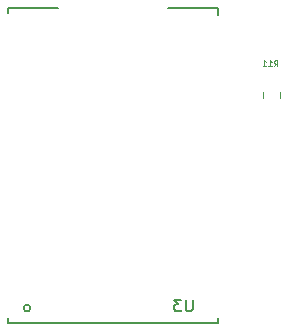
<source format=gbo>
G04 #@! TF.GenerationSoftware,KiCad,Pcbnew,(5.1.5)-3*
G04 #@! TF.CreationDate,2020-02-12T15:38:08+01:00*
G04 #@! TF.ProjectId,MotherBoard,4d6f7468-6572-4426-9f61-72642e6b6963,rev?*
G04 #@! TF.SameCoordinates,Original*
G04 #@! TF.FileFunction,Legend,Bot*
G04 #@! TF.FilePolarity,Positive*
%FSLAX46Y46*%
G04 Gerber Fmt 4.6, Leading zero omitted, Abs format (unit mm)*
G04 Created by KiCad (PCBNEW (5.1.5)-3) date 2020-02-12 15:38:08*
%MOMM*%
%LPD*%
G04 APERTURE LIST*
%ADD10C,0.150000*%
%ADD11C,0.120000*%
%ADD12C,0.125000*%
G04 APERTURE END LIST*
D10*
X150245581Y-108966000D02*
G75*
G03X150245581Y-108966000I-283981J0D01*
G01*
X166116000Y-110236000D02*
X166116000Y-109804200D01*
X148336000Y-110236000D02*
X148336000Y-109804200D01*
X148336000Y-83566000D02*
X148336000Y-83997800D01*
X152146000Y-83566000D02*
X152577800Y-83566000D01*
X166116000Y-83566000D02*
X166116000Y-84124800D01*
X162306000Y-83566000D02*
X161874200Y-83566000D01*
X152146000Y-83566000D02*
X148336000Y-83566000D01*
X166116000Y-83566000D02*
X162306000Y-83566000D01*
X166116000Y-110236000D02*
X148336000Y-110236000D01*
D11*
X171398000Y-91184252D02*
X171398000Y-90661748D01*
X169978000Y-91184252D02*
X169978000Y-90661748D01*
D10*
X163982304Y-108240580D02*
X163982304Y-109050104D01*
X163934685Y-109145342D01*
X163887066Y-109192961D01*
X163791828Y-109240580D01*
X163601352Y-109240580D01*
X163506114Y-109192961D01*
X163458495Y-109145342D01*
X163410876Y-109050104D01*
X163410876Y-108240580D01*
X163029923Y-108240580D02*
X162410876Y-108240580D01*
X162744209Y-108621533D01*
X162601352Y-108621533D01*
X162506114Y-108669152D01*
X162458495Y-108716771D01*
X162410876Y-108812009D01*
X162410876Y-109050104D01*
X162458495Y-109145342D01*
X162506114Y-109192961D01*
X162601352Y-109240580D01*
X162887066Y-109240580D01*
X162982304Y-109192961D01*
X163029923Y-109145342D01*
D12*
X170882428Y-88491190D02*
X171049095Y-88253095D01*
X171168142Y-88491190D02*
X171168142Y-87991190D01*
X170977666Y-87991190D01*
X170930047Y-88015000D01*
X170906238Y-88038809D01*
X170882428Y-88086428D01*
X170882428Y-88157857D01*
X170906238Y-88205476D01*
X170930047Y-88229285D01*
X170977666Y-88253095D01*
X171168142Y-88253095D01*
X170406238Y-88491190D02*
X170691952Y-88491190D01*
X170549095Y-88491190D02*
X170549095Y-87991190D01*
X170596714Y-88062619D01*
X170644333Y-88110238D01*
X170691952Y-88134047D01*
X169930047Y-88491190D02*
X170215761Y-88491190D01*
X170072904Y-88491190D02*
X170072904Y-87991190D01*
X170120523Y-88062619D01*
X170168142Y-88110238D01*
X170215761Y-88134047D01*
M02*

</source>
